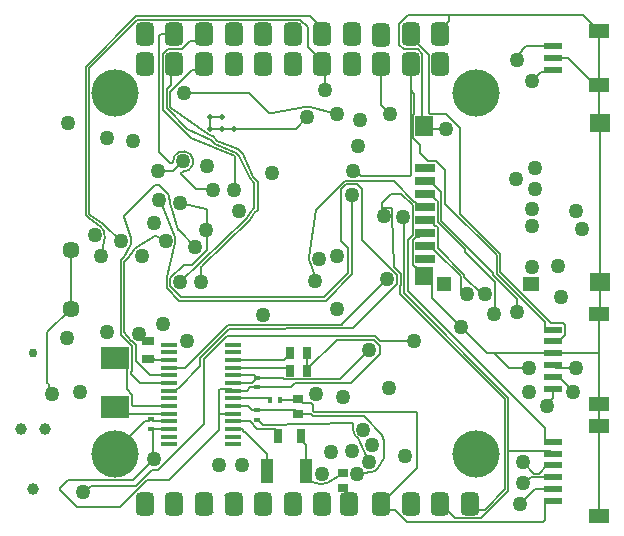
<source format=gbl>
G04*
G04 #@! TF.GenerationSoftware,Altium Limited,Altium Designer,23.4.1 (23)*
G04*
G04 Layer_Physical_Order=6*
G04 Layer_Color=16711680*
%FSLAX44Y44*%
%MOMM*%
G71*
G04*
G04 #@! TF.SameCoordinates,85AF0129-C820-498D-97AF-9D942E21B237*
G04*
G04*
G04 #@! TF.FilePolarity,Positive*
G04*
G01*
G75*
%ADD17C,0.5000*%
%ADD29R,1.5500X0.6000*%
%ADD30R,1.8000X1.2000*%
%ADD37R,0.7500X1.0000*%
%ADD38R,1.1000X2.0500*%
%ADD52R,0.7000X1.3000*%
%ADD53R,0.5000X0.4000*%
%ADD54R,0.4000X0.5000*%
%ADD80C,0.9910*%
%ADD82C,0.7500*%
%ADD86C,0.1500*%
%ADD87C,0.1500*%
%ADD89C,1.4500*%
%ADD90C,4.0000*%
G04:AMPARAMS|DCode=91|XSize=1.524mm|YSize=2mm|CornerRadius=0.381mm|HoleSize=0mm|Usage=FLASHONLY|Rotation=0.000|XOffset=0mm|YOffset=0mm|HoleType=Round|Shape=RoundedRectangle|*
%AMROUNDEDRECTD91*
21,1,1.5240,1.2380,0,0,0.0*
21,1,0.7620,2.0000,0,0,0.0*
1,1,0.7620,0.3810,-0.6190*
1,1,0.7620,-0.3810,-0.6190*
1,1,0.7620,-0.3810,0.6190*
1,1,0.7620,0.3810,0.6190*
%
%ADD91ROUNDEDRECTD91*%
%ADD92C,1.2700*%
%ADD93R,1.7000X1.5000*%
%ADD94R,1.5000X1.7000*%
%ADD95R,1.6800X0.8000*%
%ADD96R,1.5000X1.6000*%
%ADD97R,1.4000X1.2900*%
%ADD98R,1.3000X1.2900*%
%ADD99R,0.8500X0.7000*%
%ADD100R,1.0000X0.7500*%
%ADD101R,1.4000X0.3800*%
%ADD102R,2.4000X1.9000*%
D17*
X100000Y275000D02*
D03*
X90000Y285000D02*
D03*
Y275000D02*
D03*
X80000Y285000D02*
D03*
Y275000D02*
D03*
D29*
X370500Y-40000D02*
D03*
Y-30000D02*
D03*
Y-20000D02*
D03*
Y0D02*
D03*
Y10000D02*
D03*
Y-10000D02*
D03*
X370500Y345000D02*
D03*
Y325000D02*
D03*
Y335000D02*
D03*
Y55000D02*
D03*
Y65000D02*
D03*
Y75000D02*
D03*
Y95000D02*
D03*
Y105000D02*
D03*
Y85000D02*
D03*
D30*
X409250Y-53000D02*
D03*
Y23000D02*
D03*
X409250Y312000D02*
D03*
Y358000D02*
D03*
Y42000D02*
D03*
Y118000D02*
D03*
D37*
X147500Y84999D02*
D03*
X162500D02*
D03*
X147500Y70000D02*
D03*
X162500D02*
D03*
D38*
X128500Y-15000D02*
D03*
X161499D02*
D03*
D52*
X137999Y15000D02*
D03*
X156999D02*
D03*
D53*
X120000Y56000D02*
D03*
Y64000D02*
D03*
X120000Y28500D02*
D03*
Y36500D02*
D03*
X30000Y21000D02*
D03*
Y29000D02*
D03*
D54*
X131000Y45000D02*
D03*
X139000D02*
D03*
D80*
X-70000Y-30400D02*
D03*
X-59840Y20400D02*
D03*
X-80160D02*
D03*
D82*
X-70000Y85000D02*
D03*
D86*
X201410Y19583D02*
G03*
X206057Y12357I8590J417D01*
G01*
X206431Y11772D02*
G03*
X206258Y12082I-1387J-573D01*
G01*
X209542Y4240D02*
G03*
X209704Y3869I7958J3260D01*
G01*
X216111Y-16028D02*
G03*
X222338Y-11985I-1111J8528D01*
G01*
X233929Y203211D02*
G03*
X233907Y202155I8571J-711D01*
G01*
X173290Y-25928D02*
G03*
X179497Y-24830I1710J8428D01*
G01*
X46521Y211060D02*
G03*
X46788Y209947I8479J1440D01*
G01*
X-9096Y183175D02*
G03*
X-12601Y192069I-8404J1825D01*
G01*
X-9627Y193519D02*
G03*
X-10766Y194445I-7873J-8519D01*
G01*
X12520Y175828D02*
G03*
X13190Y182625I-7520J4172D01*
G01*
X132447Y288000D02*
G03*
X132730Y288027I0J1500D01*
G01*
X110886Y198730D02*
G03*
X113130Y202195I-5886J6270D01*
G01*
X112970Y196571D02*
G03*
X115434Y199931I-7970J8429D01*
G01*
X11693Y93304D02*
G03*
X13132Y92052I8307J8096D01*
G01*
X13560Y95700D02*
G03*
X15080Y94347I6440J5700D01*
G01*
X123382Y109053D02*
G03*
X126618Y109053I1618J8446D01*
G01*
X163995Y166273D02*
G03*
X164470Y161921I8505J-1273D01*
G01*
X50828Y178168D02*
G03*
X50452Y183643I-8319J2179D01*
G01*
X18085Y174880D02*
G03*
X15503Y172500I4415J-7380D01*
G01*
X164625Y293333D02*
G03*
X160874Y293445I-2125J-8333D01*
G01*
X166288Y42500D02*
G03*
X166819Y42302I3262J7957D01*
G01*
X57280Y238731D02*
G03*
X48731Y247280I51J8600D01*
G01*
X45223Y218653D02*
G03*
X43571Y221015I-7774J-3677D01*
G01*
X282500Y371621D02*
X395629D01*
X248051D02*
X282500D01*
Y372500D01*
Y366070D02*
Y371621D01*
X275000Y355000D02*
Y358570D01*
X282500Y366070D01*
X209704Y3869D02*
X215000Y-7500D01*
X206431Y11772D02*
X209542Y4240D01*
X206057Y12357D02*
X206257Y12082D01*
X200273Y25785D02*
X201152Y24906D01*
X227286Y10823D02*
X227466Y8288D01*
X227500Y36D01*
X227500Y-3562D02*
Y36D01*
X226100Y16062D02*
X227286Y10823D01*
X227500Y36D02*
X227500Y36D01*
X201152Y24906D02*
X201410Y19583D01*
X204600Y-17500D02*
X216111Y-16028D01*
X222338Y-11985D02*
X227500Y-3562D01*
X395629Y371621D02*
X409250Y358000D01*
X240130Y363700D02*
X248051Y371621D01*
X240130Y346300D02*
Y363700D01*
Y346300D02*
X243929Y342500D01*
X259870Y278629D02*
Y338700D01*
X256070Y342500D02*
X259870Y338700D01*
X243929Y342500D02*
X256070D01*
X259870Y278629D02*
X261500Y277000D01*
X243150Y200000D02*
X244600Y198550D01*
Y135588D02*
Y198550D01*
X233907Y202155D02*
X235668Y158237D01*
X241600Y152305D01*
X244600Y135588D02*
X332750Y47438D01*
X234165Y206028D02*
Y207271D01*
X233929Y203211D02*
X234165Y206028D01*
X210162Y32000D02*
X226100Y16062D01*
X167136Y32000D02*
X210162D01*
X200247Y25802D02*
X200273Y25785D01*
X126494Y23750D02*
X200247Y25802D01*
X166249Y-24500D02*
X173290Y-25928D01*
X161499Y-15000D02*
X166249Y-24500D01*
X179497Y-24830D02*
X189000Y-19000D01*
X192500Y-16250D01*
X321100Y118331D02*
Y145278D01*
X320569Y117800D02*
X321100Y118331D01*
X46788Y209947D02*
X53210Y189290D01*
X45237Y218624D02*
X46521Y211060D01*
X53210Y189290D02*
X53649Y188851D01*
X76283Y207312D02*
X77162Y206433D01*
X55000Y212500D02*
X76283Y207312D01*
X53649Y188851D02*
X67500Y175000D01*
X-9627Y193519D02*
X5000Y180000D01*
X-25250Y201629D02*
X-22662Y199040D01*
X-12601Y192069D01*
X-22250Y202871D02*
X-21419Y202040D01*
X-25250Y201629D02*
Y327563D01*
X-21419Y202040D02*
X-10766Y194445D01*
X-12500Y167500D02*
X-9096Y183175D01*
X7061Y166303D02*
X7500Y166743D01*
X7939Y202061D02*
X33379Y227500D01*
X4500Y163743D02*
X7061Y166303D01*
X7500Y166743D02*
X12520Y175828D01*
X7500Y200379D02*
X13190Y182625D01*
X-22250Y202871D02*
Y326320D01*
X7500Y200379D02*
Y201621D01*
X7939Y202061D01*
X-22250Y326320D02*
X18680Y367250D01*
X113627Y232945D02*
X117500Y229072D01*
X103764Y257436D02*
X107650Y253550D01*
X117500Y207500D02*
Y229072D01*
X80606Y265711D02*
X84565Y262007D01*
X85808Y265007D02*
X103764Y257436D01*
X116627Y234188D02*
X117503Y233311D01*
X82326Y268488D02*
X85808Y265007D01*
X84565Y262007D02*
X102522Y254436D01*
X107650Y253550D02*
X116627Y234188D01*
X101650Y225050D02*
Y251065D01*
X101005Y251710D02*
X101650Y251065D01*
X64141Y267374D02*
X101005Y251710D01*
X40400Y291115D02*
X63935Y267579D01*
X102522Y254436D02*
X104650Y252308D01*
X60841Y274916D02*
X80606Y265711D01*
X100000Y223400D02*
X101650Y225050D01*
X63935Y267579D02*
X64141Y267374D01*
X104650Y252308D02*
X113627Y232945D01*
X117503Y233311D02*
X120500Y230315D01*
X46400Y293600D02*
X47279Y292721D01*
X46400Y294221D02*
X46400Y293600D01*
X47279Y292721D02*
X78032Y270250D01*
X60654Y275104D02*
X60841Y274916D01*
X43400Y292357D02*
X60654Y275104D01*
X78032Y270250D02*
X81748Y268489D01*
X46400Y294221D02*
Y306062D01*
X81748Y268489D02*
X82326Y268488D01*
X68600Y223900D02*
X74393D01*
X82500Y223400D01*
X80000Y275000D02*
X90000D01*
X100000D01*
X152500D01*
X162500Y285000D01*
X80000Y285000D02*
X90000D01*
X80000Y275000D02*
Y285000D01*
X113096Y305324D02*
X130420Y288000D01*
X132730Y288027D02*
X160874Y293445D01*
X130420Y288000D02*
X132447D01*
X57994Y305324D02*
X113096D01*
X292500Y107500D02*
X315000Y85000D01*
X268250Y131750D02*
X292500Y107500D01*
X268250Y131750D02*
Y144150D01*
X315000Y85000D02*
X320818D01*
X258000Y186500D02*
X260200D01*
X261750Y150650D02*
X268250Y144150D01*
X256950Y183250D02*
X260200Y186500D01*
X251750Y159568D02*
X253668Y157650D01*
X254750D02*
X261500Y150900D01*
X253668Y157650D02*
X254750D01*
X251750Y159568D02*
Y180432D01*
X254568Y183250D01*
X256950D01*
X320818Y85000D02*
X333318Y72500D01*
X350000D01*
X261500Y277000D02*
X263650Y274850D01*
X280000D01*
X291879Y203089D02*
Y275621D01*
Y203089D02*
X326000Y168967D01*
X266008Y287750D02*
X279750D01*
X291879Y275621D01*
X-27500Y-32500D02*
X-25338D01*
X-20338Y-27500D01*
X17188D01*
X110886Y198730D02*
X110886Y198730D01*
X72136Y162136D02*
X110886Y198730D01*
X113130Y202195D02*
X113624Y203624D01*
X43400Y292357D02*
Y308530D01*
X40130Y292959D02*
Y338700D01*
Y292959D02*
X40400Y291115D01*
X43400Y308530D02*
X46940Y312070D01*
X46400Y306062D02*
X64898Y324560D01*
X101800Y40250D02*
X111994D01*
X219805Y99100D02*
X223905Y95000D01*
X218562Y96100D02*
X223600Y91062D01*
X142818Y62750D02*
X190250D01*
X199412Y59750D02*
X223600Y83938D01*
X120000Y64000D02*
X141568D01*
X190250Y62750D02*
X215000Y87500D01*
X162500Y70000D02*
Y71250D01*
X187350Y96100D01*
X94068Y99100D02*
X219805D01*
X141568Y64000D02*
X142818Y62750D01*
X223600Y83938D02*
Y91062D01*
X148500Y56000D02*
X152250Y59750D01*
X187350Y96100D02*
X218562D01*
X152250Y59750D02*
X199412D01*
X223905Y95000D02*
X252500D01*
X74879Y79911D02*
X94068Y99100D01*
X162500Y70000D02*
Y84999D01*
X162500Y70000D02*
X162500Y70000D01*
X113624Y203624D02*
X117500Y207500D01*
X55000Y145000D02*
X72136Y162136D01*
X117503Y203261D02*
X120500Y206257D01*
X72500Y157636D02*
X72500Y158257D01*
X73379Y159136D01*
X72500Y145000D02*
Y157636D01*
X73379Y159136D02*
X112970Y196571D01*
X116624Y202382D02*
X117503Y203261D01*
X115434Y199931D02*
X116624Y202382D01*
X13132Y92052D02*
X14251Y90933D01*
X17251Y78317D02*
Y92175D01*
X15080Y94347D02*
X17251Y92175D01*
X7500Y102548D02*
X13560Y95700D01*
X4500Y100684D02*
X11693Y93304D01*
X14251Y70069D02*
Y90933D01*
X4500Y100684D02*
Y163743D01*
X23250Y98000D02*
X26250Y95000D01*
X20000Y101400D02*
X23250Y98000D01*
X7500Y102548D02*
Y161879D01*
X120500Y206257D02*
Y230315D01*
X77162Y172500D02*
Y189099D01*
X76780Y189482D02*
X77162Y189099D01*
X163995Y166273D02*
X170000Y206405D01*
X203369Y239398D02*
X208167Y234600D01*
X195635Y227798D02*
X204365D01*
X208167Y234600D02*
X249121D01*
X204365Y227798D02*
X208600Y223562D01*
X200000Y175542D02*
Y219198D01*
X191400Y223562D02*
X195635Y227798D01*
X200802Y239398D02*
X203369D01*
X235520Y230798D02*
X253068Y213250D01*
X170439Y206844D02*
X194393Y230798D01*
X235520D01*
X225650Y202215D02*
X227135Y200730D01*
X225650Y202215D02*
Y208150D01*
X37217Y214647D02*
X37477Y214907D01*
X50452Y183643D01*
X36850Y214647D02*
X37217D01*
X192796Y106053D02*
X201155Y106493D01*
X126618Y109053D02*
X191553Y109053D01*
X191993Y109493D01*
X201155Y106493D02*
X238600Y143938D01*
X95536Y109053D02*
X123382D01*
X191993Y109493D02*
X230000Y147500D01*
X59233Y72750D02*
X95536Y109053D01*
X96340Y105614D02*
X192796Y106053D01*
X71878Y81153D02*
X96340Y105614D01*
X225000Y295000D02*
Y330000D01*
Y295000D02*
X232500Y287500D01*
X168919Y146419D02*
X170000Y147500D01*
X170000Y206405D02*
X170439Y206844D01*
X164470Y161921D02*
X170000Y147500D01*
X370500Y46662D02*
Y55000D01*
X365000Y41162D02*
X370500Y46662D01*
X365000Y40000D02*
Y41162D01*
X370500Y65000D02*
X375250D01*
X387500Y52750D01*
Y52500D02*
Y52750D01*
X175000Y330000D02*
X177500Y327500D01*
Y307500D02*
Y327500D01*
X344490Y341990D02*
X347500Y345000D01*
X340000Y333257D02*
Y336288D01*
X344490Y340778D01*
Y341990D01*
X120500Y28500D02*
X124812Y24189D01*
X125251Y23750D02*
X126494D01*
X124812Y24189D02*
X125251Y23750D01*
X368250Y322750D02*
X370500Y325000D01*
X360250Y322750D02*
X368250D01*
X352500Y315000D02*
X360250Y322750D01*
X347500Y345000D02*
X370500D01*
Y75000D02*
X372750Y72750D01*
X389750D01*
X390000Y72500D01*
X18085Y174880D02*
X33342Y184008D01*
X34378Y184008D02*
X42509Y180347D01*
X33342Y184008D02*
X34378Y184008D01*
X43400Y149805D02*
X50828Y178168D01*
X43400Y140195D02*
Y149805D01*
Y140195D02*
X54095Y129500D01*
X170019Y359980D02*
X175000Y354999D01*
X170019Y359980D02*
Y364981D01*
X164750Y370250D02*
X170019Y364981D01*
X7500Y161879D02*
X7500Y162500D01*
X10500Y165500D02*
X15503Y172500D01*
X7500Y162500D02*
X10500Y165500D01*
X164625Y293333D02*
X187500Y287500D01*
X166819Y42302D02*
X167061Y42061D01*
X155000Y46250D02*
X156250Y47500D01*
X158750Y42500D02*
X166288D01*
X167061Y42061D02*
X167500Y41621D01*
X158500Y43500D02*
X158750Y42500D01*
X153750Y45000D02*
X155000Y46250D01*
X167500Y35879D02*
Y41621D01*
X155000Y46250D02*
X158500Y43500D01*
X167500Y35879D02*
X168379Y35000D01*
X254121D01*
X255000Y34121D01*
X-56186Y52764D02*
X-54043Y50621D01*
X-56186Y52764D02*
Y58657D01*
X-57500Y59971D02*
X-56186Y58657D01*
X-57500Y59971D02*
Y102500D01*
X57824Y305153D02*
X57994Y305324D01*
X370500Y85000D02*
X409250D01*
Y118000D01*
Y42000D02*
Y85000D01*
X265130Y288628D02*
Y337683D01*
X250000Y352813D02*
Y355000D01*
Y352813D02*
X265130Y337683D01*
Y288628D02*
X266008Y287750D01*
X251750Y184674D02*
Y210325D01*
X250000Y235479D02*
Y307682D01*
X249121Y234600D02*
X250000Y235479D01*
X233379Y220000D02*
X242075D01*
X251750Y210325D01*
X258000Y208500D02*
X262400D01*
X253250Y213250D02*
X258000Y208500D01*
X253068Y213250D02*
X253250D01*
X225650Y212271D02*
X233379Y220000D01*
X225650Y208150D02*
Y212271D01*
X247600Y180524D02*
X251750Y184674D01*
X225650Y208150D02*
X233292D01*
X234165Y207271D01*
X410000Y118750D02*
Y145000D01*
X409250Y118000D02*
X410000Y118750D01*
X320818Y85000D02*
X370500D01*
X247600Y137316D02*
Y180524D01*
X409250Y23000D02*
Y42000D01*
Y23000D02*
X409250Y23000D01*
X358750Y-17000D02*
X365750Y-10000D01*
X345000Y-7500D02*
X354500Y-17000D01*
X358750D01*
X352162Y-20000D02*
X370500D01*
X347162Y-25000D02*
X352162Y-20000D01*
X345000Y-25000D02*
X347162D01*
X365750Y-10000D02*
X370500D01*
X342500Y-42500D02*
X355000Y-30000D01*
X370500D01*
X165386Y33750D02*
X167136Y32000D01*
X155000Y33750D02*
X165386D01*
X255000Y-12500D02*
Y34121D01*
X120000Y56000D02*
X148500D01*
X87500Y35000D02*
Y54121D01*
Y20000D02*
Y35000D01*
X88750Y33750D02*
X99300D01*
X87500Y35000D02*
X88750Y33750D01*
X98150Y54400D02*
X99300Y53250D01*
X90478Y54400D02*
X98150D01*
X89879Y55000D02*
X90478Y54400D01*
X88379Y55000D02*
X89879D01*
X87500Y54121D02*
X88379Y55000D01*
X45000Y-22500D02*
X87500Y20000D01*
X3930Y-45000D02*
X26430Y-22500D01*
X74879Y24847D02*
Y79911D01*
X26430Y-22500D02*
X45000D01*
X31088Y-13600D02*
X36431D01*
X-32500Y-45000D02*
X3930D01*
X17188Y-27500D02*
X31088Y-13600D01*
X36431D02*
X74879Y24847D01*
X-46879Y-29379D02*
X-39750Y-22250D01*
X-46879Y-30621D02*
Y-29379D01*
Y-30621D02*
X-32500Y-45000D01*
X-39750Y-22250D02*
X15250D01*
X32500Y-5000D01*
X120000Y28500D02*
X120500D01*
X225000Y-42500D02*
X255000Y-12500D01*
X0Y-0D02*
Y2500D01*
X28750Y27750D02*
X30000Y29000D01*
X25250Y27750D02*
X28750D01*
X0Y2500D02*
X25250Y27750D01*
X30625Y20875D02*
X31750Y19750D01*
X30500Y21000D02*
X30625Y20875D01*
X45575D01*
X30000Y21000D02*
X30500D01*
X31750Y-4250D02*
Y19750D01*
Y-4250D02*
X32500Y-5000D01*
X26250Y95000D02*
X27500D01*
X17251Y78317D02*
X29318Y66250D01*
X13152Y67727D02*
X21128Y59750D01*
X13152Y67727D02*
Y68969D01*
X14251Y70069D01*
X-25250Y327563D02*
X17437Y370250D01*
X56769Y238731D02*
X57280D01*
X56329Y238292D02*
X56769Y238731D01*
X37130Y255370D02*
X46610Y245890D01*
X55890Y237231D02*
X55890Y236610D01*
X48731Y246769D02*
Y247280D01*
X55890Y236610D02*
X68600Y223900D01*
X37130Y255370D02*
Y353751D01*
X48292Y246329D02*
X48731Y246769D01*
X55890Y237231D02*
X55890Y237853D01*
X47853Y245890D02*
X48292Y246329D01*
X55890Y237853D02*
X56329Y238292D01*
X46610Y245890D02*
X47853D01*
X48919Y238919D02*
X57331Y247331D01*
X36419Y238919D02*
X48919D01*
X45223Y218653D02*
X45237Y218624D01*
X38041Y226621D02*
X43571Y221015D01*
X37162Y227500D02*
X38041Y226621D01*
X33379Y227500D02*
X37162D01*
X161499Y-15000D02*
Y7499D01*
X409250Y-53000D02*
Y23000D01*
X410000Y145000D02*
Y280000D01*
X370500Y335000D02*
X383250D01*
X406250Y312000D01*
X409250D01*
Y280750D02*
Y312000D01*
Y280750D02*
X410000Y280000D01*
X409250Y312000D02*
Y358000D01*
X-37500Y122500D02*
Y172500D01*
X-57500Y102500D02*
X-37500Y122500D01*
X208600Y181062D02*
Y223562D01*
X50800Y53250D02*
X53150Y55600D01*
X208600Y181062D02*
X238600Y151062D01*
X45700Y72750D02*
X59233D01*
X53150Y55600D02*
X53632D01*
X71878Y73847D01*
Y81153D01*
X266800Y230500D02*
X271550Y225750D01*
X271732D01*
Y247750D02*
X279050Y240432D01*
Y211675D02*
Y240432D01*
X273050Y195675D02*
Y213432D01*
X276050Y196917D02*
Y221432D01*
X273050Y195675D02*
X295866Y172859D01*
Y170512D02*
Y172859D01*
X262400Y230500D02*
X266800D01*
X320000Y150832D02*
Y152967D01*
X279050Y211675D02*
X323000Y167725D01*
X271732Y225750D02*
X276050Y221432D01*
Y196917D02*
X320000Y152967D01*
Y150832D02*
X340000Y130832D01*
X271732Y214750D02*
X273050Y213432D01*
X340000Y120000D02*
Y130832D01*
X295866Y170512D02*
X321100Y145278D01*
X326000Y153318D02*
Y168967D01*
X323000Y152075D02*
Y167725D01*
X266800Y219500D02*
X271550Y214750D01*
X323000Y152075D02*
X363500Y111575D01*
X271550Y214750D02*
X271732D01*
X326000Y153318D02*
X369068Y110250D01*
X262400Y219500D02*
X266800D01*
X369068Y110250D02*
X379182D01*
X295500Y149500D02*
X310000Y135000D01*
X312500D01*
X273050Y173675D02*
Y191432D01*
X295500Y149500D02*
Y151225D01*
X270050Y193629D02*
Y194250D01*
Y193629D02*
X270929Y192750D01*
X273050Y173675D02*
X295500Y151225D01*
X271732Y192750D02*
X273050Y191432D01*
X262400Y197500D02*
X266800D01*
X270929Y192750D02*
X271732D01*
X266800Y197500D02*
X270050Y194250D01*
X292500Y137500D02*
Y149982D01*
X262400Y175500D02*
X266800D01*
X271550Y170750D01*
X271732D01*
X292500Y149982D01*
X45700Y53250D02*
X50800D01*
X247600Y137316D02*
X363500Y21416D01*
X240581Y135364D02*
X329750Y46195D01*
X240581Y141676D02*
X241600Y142695D01*
X238600Y143938D02*
Y151062D01*
X241600Y142695D02*
Y152305D01*
X240581Y135364D02*
Y141676D01*
X191400Y179899D02*
X197257Y174042D01*
X191400Y179899D02*
Y223562D01*
X197257Y152743D02*
Y174042D01*
X177015Y132500D02*
X197257Y152743D01*
X54095Y129500D02*
X178257D01*
X200379Y151621D01*
Y175163D01*
X46400Y141438D02*
Y148562D01*
X64662Y160000D02*
X77162Y172500D01*
X55338Y132500D02*
X177015D01*
X46400Y141438D02*
X55338Y132500D01*
X57838Y160000D02*
X64662D01*
X46400Y148562D02*
X57838Y160000D01*
X21128Y59750D02*
X45700D01*
X29318Y66250D02*
X45700D01*
X77162Y189662D02*
Y206433D01*
X333000Y2250D02*
X368250D01*
X363500Y12250D02*
Y21416D01*
X368250Y2250D02*
X370500Y0D01*
X365750Y10000D02*
X370500D01*
X363500Y12250D02*
X365750Y10000D01*
X251750Y267568D02*
X258258Y261060D01*
Y254258D02*
Y261060D01*
X363500Y107250D02*
Y111575D01*
X258258Y254258D02*
X264766Y247750D01*
X379182Y110250D02*
X380500Y108932D01*
X264766Y247750D02*
X271732D01*
X251750Y267568D02*
Y286432D01*
X380500Y100250D02*
Y108932D01*
X250000Y307682D02*
X253000Y304681D01*
X251750Y286432D02*
X253000Y287682D01*
Y304681D01*
X375250Y95000D02*
X380500Y100250D01*
X250000Y307682D02*
Y330000D01*
X370500Y95000D02*
X375250D01*
X363500Y107250D02*
X365750Y105000D01*
X370500D01*
X312500Y-47500D02*
X329750Y-30250D01*
Y46195D01*
X332750Y2500D02*
Y47438D01*
Y-31493D02*
Y2500D01*
X333000Y2250D01*
X309493Y-54750D02*
X332750Y-31493D01*
X236870Y-47940D02*
X246680Y-57750D01*
X361621D01*
X363500Y-55871D02*
Y-42250D01*
X361621Y-57750D02*
X363500Y-55871D01*
X281637Y-49861D02*
X282361D01*
X275000Y-43224D02*
Y-42500D01*
X287250Y-54750D02*
X309493D01*
X282361Y-49861D02*
X287250Y-54750D01*
X275000Y-43224D02*
X281637Y-49861D01*
X365750Y-40000D02*
X370500D01*
X363500Y-42250D02*
X365750Y-40000D01*
X225000Y-42500D02*
X230440Y-47940D01*
X236870D01*
X305000Y-47500D02*
X312500D01*
X300000Y-42500D02*
X305000Y-47500D01*
X162756Y344625D02*
X175000Y332380D01*
X156319Y367250D02*
X162756Y360814D01*
X17437Y370250D02*
X164750D01*
X162756Y344625D02*
Y360814D01*
X18680Y367250D02*
X156319D01*
X175000Y330000D02*
Y332380D01*
X200000Y175542D02*
X200379Y175163D01*
X64898Y324560D02*
X69560D01*
X75000Y330000D01*
X46940Y312070D02*
Y326940D01*
X50000Y330000D01*
X40130Y338700D02*
X44179Y342749D01*
X37130Y353751D02*
X38379Y355000D01*
X44179Y342749D02*
X56320D01*
X63131Y349560D01*
X69560D02*
X75000Y355000D01*
X63131Y349560D02*
X69560D01*
X49999Y355000D02*
X50000Y354999D01*
X38379Y355000D02*
X49999D01*
X100000Y-42500D02*
Y-41776D01*
X93363Y-35139D02*
X100000Y-41776D01*
X92639Y-35139D02*
X93363D01*
X75000Y-43224D02*
X81637Y-49861D01*
X75000Y-43224D02*
Y-42500D01*
X81637Y-49861D02*
X82361D01*
X33250Y79250D02*
X48200D01*
X2501Y80501D02*
X9838Y73163D01*
Y54345D02*
Y73163D01*
Y54345D02*
X14251Y49932D01*
Y41129D02*
Y49932D01*
Y41129D02*
X15130Y40250D01*
X45700D01*
X1Y80501D02*
X2501D01*
X5751Y33750D02*
X45700D01*
X1Y39500D02*
X5751Y33750D01*
X32251Y27250D02*
X45700D01*
X30500Y29000D02*
X32251Y27250D01*
X30000Y29000D02*
X30500D01*
X45575Y20875D02*
X45700Y20750D01*
X192500Y-28750D02*
X193250D01*
X196000Y-31500D01*
Y-41000D02*
Y-31500D01*
Y-41000D02*
X197500Y-42500D01*
X101800Y20750D02*
X106901D01*
X109251Y18400D01*
X109733D01*
X120069Y20750D02*
X135249D01*
X137999Y15000D02*
Y18000D01*
X135249Y20750D02*
X137999Y18000D01*
X156999Y12000D02*
X161499Y7499D01*
X156999Y12000D02*
Y15000D01*
X109733Y18400D02*
X128500Y-368D01*
Y-15000D02*
Y-368D01*
X101800Y59750D02*
X115250D01*
X119500Y64000D02*
X120000D01*
X144751Y72750D02*
X147500Y70000D01*
X101800Y66250D02*
X117251D01*
X101800Y72750D02*
X144751D01*
X115250Y59750D02*
X119500Y64000D01*
X117251Y66250D02*
X119500Y64000D01*
X101800Y79250D02*
X143000D01*
X147500Y83750D01*
Y84999D01*
X27500Y80000D02*
X32500D01*
X33250Y79250D01*
X101800Y27250D02*
X113570D01*
X152250Y36500D02*
X155000Y33750D01*
X120000Y36500D02*
X152250D01*
X111200Y53250D02*
X113950Y56000D01*
X120000D01*
X139000Y45000D02*
X153750D01*
X101800Y53250D02*
X111200D01*
X129750Y46750D02*
X131000Y45499D01*
X101800Y46750D02*
X129750D01*
X131000Y45000D02*
Y45499D01*
X115743Y36500D02*
X120000D01*
X111994Y40250D02*
X115743Y36500D01*
X113570Y27250D02*
X120069Y20750D01*
X48075Y20875D02*
X48200Y20750D01*
D87*
X167061Y42061D02*
D03*
X55890Y237231D02*
D03*
X48292Y246329D02*
D03*
X56329Y238292D02*
D03*
D89*
X-37500Y172500D02*
D03*
Y122500D02*
D03*
D90*
X0Y-0D02*
D03*
X305000Y305000D02*
D03*
Y-0D02*
D03*
X0Y305000D02*
D03*
D91*
X275000Y355000D02*
D03*
X275000Y330000D02*
D03*
X250000D02*
D03*
X250000Y355000D02*
D03*
X224999Y354080D02*
D03*
X225000Y330000D02*
D03*
X200000D02*
D03*
X200000Y354999D02*
D03*
X175000D02*
D03*
Y330000D02*
D03*
X150000D02*
D03*
Y354999D02*
D03*
X125000Y355000D02*
D03*
X100000Y330000D02*
D03*
Y354999D02*
D03*
X75000Y355000D02*
D03*
X75000Y330000D02*
D03*
X50000D02*
D03*
Y354999D02*
D03*
X25000Y355000D02*
D03*
Y330000D02*
D03*
X300000Y-42500D02*
D03*
X275000D02*
D03*
X250000D02*
D03*
X225000Y-42500D02*
D03*
X197500D02*
D03*
X175000D02*
D03*
X150000D02*
D03*
X125000D02*
D03*
X75000D02*
D03*
X50000D02*
D03*
X25000D02*
D03*
X125000Y330000D02*
D03*
X100000Y-42500D02*
D03*
D92*
X217500Y7500D02*
D03*
X210000Y20000D02*
D03*
X182294Y900D02*
D03*
X215000Y-7500D02*
D03*
X132500Y237500D02*
D03*
X243150Y200000D02*
D03*
X204600Y-17500D02*
D03*
X200000Y2200D02*
D03*
X175000Y-17500D02*
D03*
X377500Y132500D02*
D03*
X374855Y159145D02*
D03*
X320569Y117800D02*
D03*
X352500Y158250D02*
D03*
X55000Y212500D02*
D03*
X-17500Y185000D02*
D03*
X-12500Y167500D02*
D03*
X5000Y180000D02*
D03*
X-30000Y52500D02*
D03*
X77500Y243600D02*
D03*
X82500Y223400D02*
D03*
X100000D02*
D03*
X292500Y107500D02*
D03*
X280000Y274850D02*
D03*
X-27500Y-32500D02*
D03*
X207500Y282500D02*
D03*
X205000Y260000D02*
D03*
X105000Y205000D02*
D03*
X-7500Y102500D02*
D03*
X-40577Y97810D02*
D03*
X20000Y101400D02*
D03*
X76780Y189482D02*
D03*
X200802Y239398D02*
D03*
X200000Y219198D02*
D03*
X227135Y200730D02*
D03*
X245000Y-2500D02*
D03*
X36850Y214647D02*
D03*
X40000Y110000D02*
D03*
X125000Y117500D02*
D03*
X187537Y122143D02*
D03*
X187500Y167500D02*
D03*
X168919Y146419D02*
D03*
X172500Y165000D02*
D03*
X232500Y287500D02*
D03*
X365000Y40000D02*
D03*
X387500Y52500D02*
D03*
X177500Y307500D02*
D03*
X390000Y205000D02*
D03*
X395000Y190000D02*
D03*
X340000Y333257D02*
D03*
X352500Y315000D02*
D03*
X355531Y224169D02*
D03*
X352500Y206969D02*
D03*
X339496Y232052D02*
D03*
X355000Y241550D02*
D03*
X390000Y72500D02*
D03*
X352500Y192500D02*
D03*
X32500Y195000D02*
D03*
X42509Y180347D02*
D03*
X231588Y55912D02*
D03*
X22500Y167500D02*
D03*
X162500Y285000D02*
D03*
X169550Y50457D02*
D03*
X192650Y47980D02*
D03*
X-54043Y50621D02*
D03*
X60430Y95519D02*
D03*
X57824Y305153D02*
D03*
X350000Y72500D02*
D03*
X345000Y-25000D02*
D03*
Y-7500D02*
D03*
X342500Y-42500D02*
D03*
X350000Y52500D02*
D03*
X215000Y87500D02*
D03*
X32500Y-5000D02*
D03*
X-40000Y280000D02*
D03*
X15000Y265000D02*
D03*
X-7500Y267500D02*
D03*
X57331Y247331D02*
D03*
X36419Y238919D02*
D03*
X252500Y95000D02*
D03*
X312500Y135000D02*
D03*
X297669Y135169D02*
D03*
X340000Y120000D02*
D03*
X230000Y147500D02*
D03*
X72500Y145000D02*
D03*
X107500Y-10000D02*
D03*
X87500D02*
D03*
X67500Y175000D02*
D03*
X55000Y145000D02*
D03*
X187500Y287500D02*
D03*
D93*
X410000Y280000D02*
D03*
Y145000D02*
D03*
D94*
X261500Y277000D02*
D03*
D95*
X262400Y186500D02*
D03*
Y164500D02*
D03*
Y175500D02*
D03*
Y197500D02*
D03*
Y208500D02*
D03*
Y219500D02*
D03*
Y230500D02*
D03*
Y241500D02*
D03*
D96*
X261500Y150400D02*
D03*
D97*
X352000Y143950D02*
D03*
D98*
X278000D02*
D03*
D99*
X155000Y46250D02*
D03*
Y33750D02*
D03*
X192500Y-16250D02*
D03*
Y-28750D02*
D03*
D100*
X27500Y80000D02*
D03*
Y95000D02*
D03*
D101*
X99300Y40250D02*
D03*
Y66250D02*
D03*
Y59750D02*
D03*
X45700Y7750D02*
D03*
Y14250D02*
D03*
Y85750D02*
D03*
Y92250D02*
D03*
X99300D02*
D03*
Y85750D02*
D03*
Y14250D02*
D03*
Y7750D02*
D03*
Y20750D02*
D03*
Y27250D02*
D03*
Y33750D02*
D03*
Y46750D02*
D03*
Y53250D02*
D03*
Y72750D02*
D03*
Y79250D02*
D03*
X45700D02*
D03*
Y72750D02*
D03*
Y66250D02*
D03*
Y59750D02*
D03*
Y53250D02*
D03*
Y46750D02*
D03*
Y40250D02*
D03*
Y33750D02*
D03*
Y27250D02*
D03*
Y20750D02*
D03*
D102*
X1Y39500D02*
D03*
Y80501D02*
D03*
M02*

</source>
